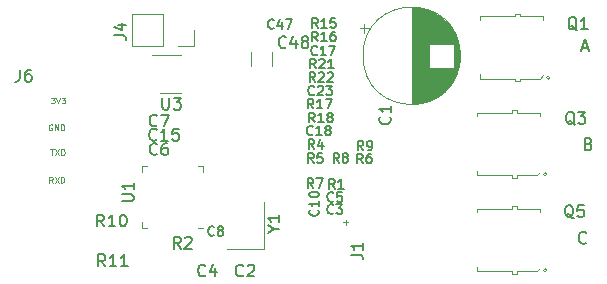
<source format=gto>
G04 #@! TF.GenerationSoftware,KiCad,Pcbnew,5.1.6*
G04 #@! TF.CreationDate,2020-07-25T14:54:48-04:00*
G04 #@! TF.ProjectId,bldc-controller,626c6463-2d63-46f6-9e74-726f6c6c6572,rev?*
G04 #@! TF.SameCoordinates,Original*
G04 #@! TF.FileFunction,Legend,Top*
G04 #@! TF.FilePolarity,Positive*
%FSLAX46Y46*%
G04 Gerber Fmt 4.6, Leading zero omitted, Abs format (unit mm)*
G04 Created by KiCad (PCBNEW 5.1.6) date 2020-07-25 14:54:48*
%MOMM*%
%LPD*%
G01*
G04 APERTURE LIST*
%ADD10C,0.152400*%
%ADD11C,0.125000*%
%ADD12C,0.120000*%
%ADD13C,0.150000*%
G04 APERTURE END LIST*
D10*
X74882571Y-111857428D02*
X75027714Y-111905809D01*
X75076095Y-111954190D01*
X75124476Y-112050952D01*
X75124476Y-112196095D01*
X75076095Y-112292857D01*
X75027714Y-112341238D01*
X74930952Y-112389619D01*
X74543904Y-112389619D01*
X74543904Y-111373619D01*
X74882571Y-111373619D01*
X74979333Y-111422000D01*
X75027714Y-111470380D01*
X75076095Y-111567142D01*
X75076095Y-111663904D01*
X75027714Y-111760666D01*
X74979333Y-111809047D01*
X74882571Y-111857428D01*
X74543904Y-111857428D01*
X74328095Y-103699333D02*
X74811904Y-103699333D01*
X74231333Y-103989619D02*
X74570000Y-102973619D01*
X74908666Y-103989619D01*
X74674476Y-120212857D02*
X74626095Y-120261238D01*
X74480952Y-120309619D01*
X74384190Y-120309619D01*
X74239047Y-120261238D01*
X74142285Y-120164476D01*
X74093904Y-120067714D01*
X74045523Y-119874190D01*
X74045523Y-119729047D01*
X74093904Y-119535523D01*
X74142285Y-119438761D01*
X74239047Y-119342000D01*
X74384190Y-119293619D01*
X74480952Y-119293619D01*
X74626095Y-119342000D01*
X74674476Y-119390380D01*
D11*
X29506666Y-115146190D02*
X29340000Y-114908095D01*
X29220952Y-115146190D02*
X29220952Y-114646190D01*
X29411428Y-114646190D01*
X29459047Y-114670000D01*
X29482857Y-114693809D01*
X29506666Y-114741428D01*
X29506666Y-114812857D01*
X29482857Y-114860476D01*
X29459047Y-114884285D01*
X29411428Y-114908095D01*
X29220952Y-114908095D01*
X29673333Y-114646190D02*
X30006666Y-115146190D01*
X30006666Y-114646190D02*
X29673333Y-115146190D01*
X30197142Y-115146190D02*
X30197142Y-114646190D01*
X30316190Y-114646190D01*
X30387619Y-114670000D01*
X30435238Y-114717619D01*
X30459047Y-114765238D01*
X30482857Y-114860476D01*
X30482857Y-114931904D01*
X30459047Y-115027142D01*
X30435238Y-115074761D01*
X30387619Y-115122380D01*
X30316190Y-115146190D01*
X30197142Y-115146190D01*
X29309047Y-112306190D02*
X29594761Y-112306190D01*
X29451904Y-112806190D02*
X29451904Y-112306190D01*
X29713809Y-112306190D02*
X30047142Y-112806190D01*
X30047142Y-112306190D02*
X29713809Y-112806190D01*
X30237619Y-112806190D02*
X30237619Y-112306190D01*
X30356666Y-112306190D01*
X30428095Y-112330000D01*
X30475714Y-112377619D01*
X30499523Y-112425238D01*
X30523333Y-112520476D01*
X30523333Y-112591904D01*
X30499523Y-112687142D01*
X30475714Y-112734761D01*
X30428095Y-112782380D01*
X30356666Y-112806190D01*
X30237619Y-112806190D01*
X29459047Y-110240000D02*
X29411428Y-110216190D01*
X29340000Y-110216190D01*
X29268571Y-110240000D01*
X29220952Y-110287619D01*
X29197142Y-110335238D01*
X29173333Y-110430476D01*
X29173333Y-110501904D01*
X29197142Y-110597142D01*
X29220952Y-110644761D01*
X29268571Y-110692380D01*
X29340000Y-110716190D01*
X29387619Y-110716190D01*
X29459047Y-110692380D01*
X29482857Y-110668571D01*
X29482857Y-110501904D01*
X29387619Y-110501904D01*
X29697142Y-110716190D02*
X29697142Y-110216190D01*
X29982857Y-110716190D01*
X29982857Y-110216190D01*
X30220952Y-110716190D02*
X30220952Y-110216190D01*
X30340000Y-110216190D01*
X30411428Y-110240000D01*
X30459047Y-110287619D01*
X30482857Y-110335238D01*
X30506666Y-110430476D01*
X30506666Y-110501904D01*
X30482857Y-110597142D01*
X30459047Y-110644761D01*
X30411428Y-110692380D01*
X30340000Y-110716190D01*
X30220952Y-110716190D01*
X29360952Y-107936190D02*
X29670476Y-107936190D01*
X29503809Y-108126666D01*
X29575238Y-108126666D01*
X29622857Y-108150476D01*
X29646666Y-108174285D01*
X29670476Y-108221904D01*
X29670476Y-108340952D01*
X29646666Y-108388571D01*
X29622857Y-108412380D01*
X29575238Y-108436190D01*
X29432380Y-108436190D01*
X29384761Y-108412380D01*
X29360952Y-108388571D01*
X29813333Y-107936190D02*
X29980000Y-108436190D01*
X30146666Y-107936190D01*
X30265714Y-107936190D02*
X30575238Y-107936190D01*
X30408571Y-108126666D01*
X30480000Y-108126666D01*
X30527619Y-108150476D01*
X30551428Y-108174285D01*
X30575238Y-108221904D01*
X30575238Y-108340952D01*
X30551428Y-108388571D01*
X30527619Y-108412380D01*
X30480000Y-108436190D01*
X30337142Y-108436190D01*
X30289523Y-108412380D01*
X30265714Y-108388571D01*
D12*
X68406000Y-117350000D02*
X65406000Y-117350000D01*
X68406000Y-122650000D02*
X65406000Y-122650000D01*
X68806000Y-122850000D02*
X68806000Y-122650000D01*
X68406000Y-122850000D02*
X68806000Y-122850000D01*
X68406000Y-122650000D02*
X68406000Y-122850000D01*
X68806000Y-117150000D02*
X68806000Y-117350000D01*
X68406000Y-117150000D02*
X68806000Y-117150000D01*
X68406000Y-117350000D02*
X68406000Y-117150000D01*
X65406000Y-117350000D02*
X65406000Y-117650000D01*
X70806000Y-117650000D02*
X70806000Y-117350000D01*
X68806000Y-117350000D02*
X70806000Y-117350000D01*
X70506000Y-122650000D02*
X70806000Y-122350000D01*
X68806000Y-122650000D02*
X70506000Y-122650000D01*
X65406000Y-122250000D02*
X65406000Y-122650000D01*
X71347421Y-122550000D02*
G75*
G03*
X71347421Y-122550000I-141421J0D01*
G01*
X68406000Y-109212000D02*
X65406000Y-109212000D01*
X68406000Y-114512000D02*
X65406000Y-114512000D01*
X68806000Y-114712000D02*
X68806000Y-114512000D01*
X68406000Y-114712000D02*
X68806000Y-114712000D01*
X68406000Y-114512000D02*
X68406000Y-114712000D01*
X68806000Y-109012000D02*
X68806000Y-109212000D01*
X68406000Y-109012000D02*
X68806000Y-109012000D01*
X68406000Y-109212000D02*
X68406000Y-109012000D01*
X65406000Y-109212000D02*
X65406000Y-109512000D01*
X70806000Y-109512000D02*
X70806000Y-109212000D01*
X68806000Y-109212000D02*
X70806000Y-109212000D01*
X70506000Y-114512000D02*
X70806000Y-114212000D01*
X68806000Y-114512000D02*
X70506000Y-114512000D01*
X65406000Y-114112000D02*
X65406000Y-114512000D01*
X71347421Y-114412000D02*
G75*
G03*
X71347421Y-114412000I-141421J0D01*
G01*
X68660000Y-101050000D02*
X65660000Y-101050000D01*
X68660000Y-106350000D02*
X65660000Y-106350000D01*
X69060000Y-106550000D02*
X69060000Y-106350000D01*
X68660000Y-106550000D02*
X69060000Y-106550000D01*
X68660000Y-106350000D02*
X68660000Y-106550000D01*
X69060000Y-100850000D02*
X69060000Y-101050000D01*
X68660000Y-100850000D02*
X69060000Y-100850000D01*
X68660000Y-101050000D02*
X68660000Y-100850000D01*
X65660000Y-101050000D02*
X65660000Y-101350000D01*
X71060000Y-101350000D02*
X71060000Y-101050000D01*
X69060000Y-101050000D02*
X71060000Y-101050000D01*
X70760000Y-106350000D02*
X71060000Y-106050000D01*
X69060000Y-106350000D02*
X70760000Y-106350000D01*
X65660000Y-105950000D02*
X65660000Y-106350000D01*
X71601421Y-106250000D02*
G75*
G03*
X71601421Y-106250000I-141421J0D01*
G01*
X54300000Y-118300000D02*
X54300000Y-118700000D01*
X54100000Y-118500000D02*
X54500000Y-118500000D01*
X64020000Y-104400000D02*
G75*
G03*
X64020000Y-104400000I-4120000J0D01*
G01*
X59900000Y-100320000D02*
X59900000Y-108480000D01*
X59940000Y-100320000D02*
X59940000Y-108480000D01*
X59980000Y-100320000D02*
X59980000Y-108480000D01*
X60020000Y-100321000D02*
X60020000Y-108479000D01*
X60060000Y-100323000D02*
X60060000Y-108477000D01*
X60100000Y-100324000D02*
X60100000Y-108476000D01*
X60140000Y-100326000D02*
X60140000Y-108474000D01*
X60180000Y-100329000D02*
X60180000Y-108471000D01*
X60220000Y-100332000D02*
X60220000Y-108468000D01*
X60260000Y-100335000D02*
X60260000Y-108465000D01*
X60300000Y-100339000D02*
X60300000Y-108461000D01*
X60340000Y-100343000D02*
X60340000Y-108457000D01*
X60380000Y-100348000D02*
X60380000Y-108452000D01*
X60420000Y-100352000D02*
X60420000Y-108448000D01*
X60460000Y-100358000D02*
X60460000Y-108442000D01*
X60500000Y-100363000D02*
X60500000Y-108437000D01*
X60540000Y-100370000D02*
X60540000Y-108430000D01*
X60580000Y-100376000D02*
X60580000Y-108424000D01*
X60621000Y-100383000D02*
X60621000Y-108417000D01*
X60661000Y-100390000D02*
X60661000Y-108410000D01*
X60701000Y-100398000D02*
X60701000Y-108402000D01*
X60741000Y-100406000D02*
X60741000Y-108394000D01*
X60781000Y-100415000D02*
X60781000Y-108385000D01*
X60821000Y-100424000D02*
X60821000Y-108376000D01*
X60861000Y-100433000D02*
X60861000Y-108367000D01*
X60901000Y-100443000D02*
X60901000Y-108357000D01*
X60941000Y-100453000D02*
X60941000Y-108347000D01*
X60981000Y-100464000D02*
X60981000Y-108336000D01*
X61021000Y-100475000D02*
X61021000Y-108325000D01*
X61061000Y-100486000D02*
X61061000Y-108314000D01*
X61101000Y-100498000D02*
X61101000Y-108302000D01*
X61141000Y-100511000D02*
X61141000Y-108289000D01*
X61181000Y-100523000D02*
X61181000Y-108277000D01*
X61221000Y-100537000D02*
X61221000Y-108263000D01*
X61261000Y-100550000D02*
X61261000Y-108250000D01*
X61301000Y-100565000D02*
X61301000Y-108235000D01*
X61341000Y-100579000D02*
X61341000Y-108221000D01*
X61381000Y-100595000D02*
X61381000Y-103360000D01*
X61381000Y-105440000D02*
X61381000Y-108205000D01*
X61421000Y-100610000D02*
X61421000Y-103360000D01*
X61421000Y-105440000D02*
X61421000Y-108190000D01*
X61461000Y-100626000D02*
X61461000Y-103360000D01*
X61461000Y-105440000D02*
X61461000Y-108174000D01*
X61501000Y-100643000D02*
X61501000Y-103360000D01*
X61501000Y-105440000D02*
X61501000Y-108157000D01*
X61541000Y-100660000D02*
X61541000Y-103360000D01*
X61541000Y-105440000D02*
X61541000Y-108140000D01*
X61581000Y-100678000D02*
X61581000Y-103360000D01*
X61581000Y-105440000D02*
X61581000Y-108122000D01*
X61621000Y-100696000D02*
X61621000Y-103360000D01*
X61621000Y-105440000D02*
X61621000Y-108104000D01*
X61661000Y-100714000D02*
X61661000Y-103360000D01*
X61661000Y-105440000D02*
X61661000Y-108086000D01*
X61701000Y-100734000D02*
X61701000Y-103360000D01*
X61701000Y-105440000D02*
X61701000Y-108066000D01*
X61741000Y-100753000D02*
X61741000Y-103360000D01*
X61741000Y-105440000D02*
X61741000Y-108047000D01*
X61781000Y-100773000D02*
X61781000Y-103360000D01*
X61781000Y-105440000D02*
X61781000Y-108027000D01*
X61821000Y-100794000D02*
X61821000Y-103360000D01*
X61821000Y-105440000D02*
X61821000Y-108006000D01*
X61861000Y-100816000D02*
X61861000Y-103360000D01*
X61861000Y-105440000D02*
X61861000Y-107984000D01*
X61901000Y-100838000D02*
X61901000Y-103360000D01*
X61901000Y-105440000D02*
X61901000Y-107962000D01*
X61941000Y-100860000D02*
X61941000Y-103360000D01*
X61941000Y-105440000D02*
X61941000Y-107940000D01*
X61981000Y-100883000D02*
X61981000Y-103360000D01*
X61981000Y-105440000D02*
X61981000Y-107917000D01*
X62021000Y-100907000D02*
X62021000Y-103360000D01*
X62021000Y-105440000D02*
X62021000Y-107893000D01*
X62061000Y-100931000D02*
X62061000Y-103360000D01*
X62061000Y-105440000D02*
X62061000Y-107869000D01*
X62101000Y-100956000D02*
X62101000Y-103360000D01*
X62101000Y-105440000D02*
X62101000Y-107844000D01*
X62141000Y-100982000D02*
X62141000Y-103360000D01*
X62141000Y-105440000D02*
X62141000Y-107818000D01*
X62181000Y-101008000D02*
X62181000Y-103360000D01*
X62181000Y-105440000D02*
X62181000Y-107792000D01*
X62221000Y-101035000D02*
X62221000Y-103360000D01*
X62221000Y-105440000D02*
X62221000Y-107765000D01*
X62261000Y-101062000D02*
X62261000Y-103360000D01*
X62261000Y-105440000D02*
X62261000Y-107738000D01*
X62301000Y-101091000D02*
X62301000Y-103360000D01*
X62301000Y-105440000D02*
X62301000Y-107709000D01*
X62341000Y-101120000D02*
X62341000Y-103360000D01*
X62341000Y-105440000D02*
X62341000Y-107680000D01*
X62381000Y-101150000D02*
X62381000Y-103360000D01*
X62381000Y-105440000D02*
X62381000Y-107650000D01*
X62421000Y-101180000D02*
X62421000Y-103360000D01*
X62421000Y-105440000D02*
X62421000Y-107620000D01*
X62461000Y-101211000D02*
X62461000Y-103360000D01*
X62461000Y-105440000D02*
X62461000Y-107589000D01*
X62501000Y-101244000D02*
X62501000Y-103360000D01*
X62501000Y-105440000D02*
X62501000Y-107556000D01*
X62541000Y-101276000D02*
X62541000Y-103360000D01*
X62541000Y-105440000D02*
X62541000Y-107524000D01*
X62581000Y-101310000D02*
X62581000Y-103360000D01*
X62581000Y-105440000D02*
X62581000Y-107490000D01*
X62621000Y-101345000D02*
X62621000Y-103360000D01*
X62621000Y-105440000D02*
X62621000Y-107455000D01*
X62661000Y-101381000D02*
X62661000Y-103360000D01*
X62661000Y-105440000D02*
X62661000Y-107419000D01*
X62701000Y-101417000D02*
X62701000Y-103360000D01*
X62701000Y-105440000D02*
X62701000Y-107383000D01*
X62741000Y-101455000D02*
X62741000Y-103360000D01*
X62741000Y-105440000D02*
X62741000Y-107345000D01*
X62781000Y-101493000D02*
X62781000Y-103360000D01*
X62781000Y-105440000D02*
X62781000Y-107307000D01*
X62821000Y-101533000D02*
X62821000Y-103360000D01*
X62821000Y-105440000D02*
X62821000Y-107267000D01*
X62861000Y-101574000D02*
X62861000Y-103360000D01*
X62861000Y-105440000D02*
X62861000Y-107226000D01*
X62901000Y-101616000D02*
X62901000Y-103360000D01*
X62901000Y-105440000D02*
X62901000Y-107184000D01*
X62941000Y-101659000D02*
X62941000Y-103360000D01*
X62941000Y-105440000D02*
X62941000Y-107141000D01*
X62981000Y-101703000D02*
X62981000Y-103360000D01*
X62981000Y-105440000D02*
X62981000Y-107097000D01*
X63021000Y-101749000D02*
X63021000Y-103360000D01*
X63021000Y-105440000D02*
X63021000Y-107051000D01*
X63061000Y-101796000D02*
X63061000Y-103360000D01*
X63061000Y-105440000D02*
X63061000Y-107004000D01*
X63101000Y-101844000D02*
X63101000Y-103360000D01*
X63101000Y-105440000D02*
X63101000Y-106956000D01*
X63141000Y-101895000D02*
X63141000Y-103360000D01*
X63141000Y-105440000D02*
X63141000Y-106905000D01*
X63181000Y-101946000D02*
X63181000Y-103360000D01*
X63181000Y-105440000D02*
X63181000Y-106854000D01*
X63221000Y-102000000D02*
X63221000Y-103360000D01*
X63221000Y-105440000D02*
X63221000Y-106800000D01*
X63261000Y-102055000D02*
X63261000Y-103360000D01*
X63261000Y-105440000D02*
X63261000Y-106745000D01*
X63301000Y-102113000D02*
X63301000Y-103360000D01*
X63301000Y-105440000D02*
X63301000Y-106687000D01*
X63341000Y-102172000D02*
X63341000Y-103360000D01*
X63341000Y-105440000D02*
X63341000Y-106628000D01*
X63381000Y-102234000D02*
X63381000Y-103360000D01*
X63381000Y-105440000D02*
X63381000Y-106566000D01*
X63421000Y-102298000D02*
X63421000Y-103360000D01*
X63421000Y-105440000D02*
X63421000Y-106502000D01*
X63461000Y-102366000D02*
X63461000Y-106434000D01*
X63501000Y-102436000D02*
X63501000Y-106364000D01*
X63541000Y-102510000D02*
X63541000Y-106290000D01*
X63581000Y-102587000D02*
X63581000Y-106213000D01*
X63621000Y-102669000D02*
X63621000Y-106131000D01*
X63661000Y-102755000D02*
X63661000Y-106045000D01*
X63701000Y-102848000D02*
X63701000Y-105952000D01*
X63741000Y-102947000D02*
X63741000Y-105853000D01*
X63781000Y-103054000D02*
X63781000Y-105746000D01*
X63821000Y-103171000D02*
X63821000Y-105629000D01*
X63861000Y-103302000D02*
X63861000Y-105498000D01*
X63901000Y-103452000D02*
X63901000Y-105348000D01*
X63941000Y-103632000D02*
X63941000Y-105168000D01*
X63981000Y-103867000D02*
X63981000Y-104933000D01*
X55490302Y-102085000D02*
X56290302Y-102085000D01*
X55890302Y-101685000D02*
X55890302Y-102485000D01*
X38600000Y-107560000D02*
X40400000Y-107560000D01*
X40400000Y-104340000D02*
X37950000Y-104340000D01*
X38830000Y-100870000D02*
X38830000Y-103530000D01*
X38830000Y-100870000D02*
X36230000Y-100870000D01*
X36230000Y-100870000D02*
X36230000Y-103530000D01*
X38830000Y-103530000D02*
X36230000Y-103530000D01*
X41430000Y-103530000D02*
X40100000Y-103530000D01*
X41430000Y-102200000D02*
X41430000Y-103530000D01*
X48110000Y-104047936D02*
X48110000Y-105252064D01*
X46290000Y-104047936D02*
X46290000Y-105252064D01*
X44225000Y-120750000D02*
X47375000Y-120750000D01*
X47375000Y-120750000D02*
X47375000Y-116750000D01*
X37515000Y-118960000D02*
X37040000Y-118960000D01*
X37040000Y-118960000D02*
X37040000Y-118485000D01*
X41785000Y-113740000D02*
X42260000Y-113740000D01*
X42260000Y-113740000D02*
X42260000Y-114215000D01*
X37515000Y-113740000D02*
X37040000Y-113740000D01*
X37040000Y-113740000D02*
X37040000Y-114215000D01*
X41785000Y-118960000D02*
X42260000Y-118960000D01*
D13*
X73604761Y-118147619D02*
X73509523Y-118100000D01*
X73414285Y-118004761D01*
X73271428Y-117861904D01*
X73176190Y-117814285D01*
X73080952Y-117814285D01*
X73128571Y-118052380D02*
X73033333Y-118004761D01*
X72938095Y-117909523D01*
X72890476Y-117719047D01*
X72890476Y-117385714D01*
X72938095Y-117195238D01*
X73033333Y-117100000D01*
X73128571Y-117052380D01*
X73319047Y-117052380D01*
X73414285Y-117100000D01*
X73509523Y-117195238D01*
X73557142Y-117385714D01*
X73557142Y-117719047D01*
X73509523Y-117909523D01*
X73414285Y-118004761D01*
X73319047Y-118052380D01*
X73128571Y-118052380D01*
X74461904Y-117052380D02*
X73985714Y-117052380D01*
X73938095Y-117528571D01*
X73985714Y-117480952D01*
X74080952Y-117433333D01*
X74319047Y-117433333D01*
X74414285Y-117480952D01*
X74461904Y-117528571D01*
X74509523Y-117623809D01*
X74509523Y-117861904D01*
X74461904Y-117957142D01*
X74414285Y-118004761D01*
X74319047Y-118052380D01*
X74080952Y-118052380D01*
X73985714Y-118004761D01*
X73938095Y-117957142D01*
X73704761Y-110247619D02*
X73609523Y-110200000D01*
X73514285Y-110104761D01*
X73371428Y-109961904D01*
X73276190Y-109914285D01*
X73180952Y-109914285D01*
X73228571Y-110152380D02*
X73133333Y-110104761D01*
X73038095Y-110009523D01*
X72990476Y-109819047D01*
X72990476Y-109485714D01*
X73038095Y-109295238D01*
X73133333Y-109200000D01*
X73228571Y-109152380D01*
X73419047Y-109152380D01*
X73514285Y-109200000D01*
X73609523Y-109295238D01*
X73657142Y-109485714D01*
X73657142Y-109819047D01*
X73609523Y-110009523D01*
X73514285Y-110104761D01*
X73419047Y-110152380D01*
X73228571Y-110152380D01*
X73990476Y-109152380D02*
X74609523Y-109152380D01*
X74276190Y-109533333D01*
X74419047Y-109533333D01*
X74514285Y-109580952D01*
X74561904Y-109628571D01*
X74609523Y-109723809D01*
X74609523Y-109961904D01*
X74561904Y-110057142D01*
X74514285Y-110104761D01*
X74419047Y-110152380D01*
X74133333Y-110152380D01*
X74038095Y-110104761D01*
X73990476Y-110057142D01*
X73904761Y-102247619D02*
X73809523Y-102200000D01*
X73714285Y-102104761D01*
X73571428Y-101961904D01*
X73476190Y-101914285D01*
X73380952Y-101914285D01*
X73428571Y-102152380D02*
X73333333Y-102104761D01*
X73238095Y-102009523D01*
X73190476Y-101819047D01*
X73190476Y-101485714D01*
X73238095Y-101295238D01*
X73333333Y-101200000D01*
X73428571Y-101152380D01*
X73619047Y-101152380D01*
X73714285Y-101200000D01*
X73809523Y-101295238D01*
X73857142Y-101485714D01*
X73857142Y-101819047D01*
X73809523Y-102009523D01*
X73714285Y-102104761D01*
X73619047Y-102152380D01*
X73428571Y-102152380D01*
X74809523Y-102152380D02*
X74238095Y-102152380D01*
X74523809Y-102152380D02*
X74523809Y-101152380D01*
X74428571Y-101295238D01*
X74333333Y-101390476D01*
X74238095Y-101438095D01*
X54752380Y-121233333D02*
X55466666Y-121233333D01*
X55609523Y-121280952D01*
X55704761Y-121376190D01*
X55752380Y-121519047D01*
X55752380Y-121614285D01*
X55752380Y-120233333D02*
X55752380Y-120804761D01*
X55752380Y-120519047D02*
X54752380Y-120519047D01*
X54895238Y-120614285D01*
X54990476Y-120709523D01*
X55038095Y-120804761D01*
X58057142Y-109566666D02*
X58104761Y-109614285D01*
X58152380Y-109757142D01*
X58152380Y-109852380D01*
X58104761Y-109995238D01*
X58009523Y-110090476D01*
X57914285Y-110138095D01*
X57723809Y-110185714D01*
X57580952Y-110185714D01*
X57390476Y-110138095D01*
X57295238Y-110090476D01*
X57200000Y-109995238D01*
X57152380Y-109852380D01*
X57152380Y-109757142D01*
X57200000Y-109614285D01*
X57247619Y-109566666D01*
X58152380Y-108614285D02*
X58152380Y-109185714D01*
X58152380Y-108900000D02*
X57152380Y-108900000D01*
X57295238Y-108995238D01*
X57390476Y-109090476D01*
X57438095Y-109185714D01*
X26726666Y-105582380D02*
X26726666Y-106296666D01*
X26679047Y-106439523D01*
X26583809Y-106534761D01*
X26440952Y-106582380D01*
X26345714Y-106582380D01*
X27631428Y-105582380D02*
X27440952Y-105582380D01*
X27345714Y-105630000D01*
X27298095Y-105677619D01*
X27202857Y-105820476D01*
X27155238Y-106010952D01*
X27155238Y-106391904D01*
X27202857Y-106487142D01*
X27250476Y-106534761D01*
X27345714Y-106582380D01*
X27536190Y-106582380D01*
X27631428Y-106534761D01*
X27679047Y-106487142D01*
X27726666Y-106391904D01*
X27726666Y-106153809D01*
X27679047Y-106058571D01*
X27631428Y-106010952D01*
X27536190Y-105963333D01*
X27345714Y-105963333D01*
X27250476Y-106010952D01*
X27202857Y-106058571D01*
X27155238Y-106153809D01*
X33957142Y-122222380D02*
X33623809Y-121746190D01*
X33385714Y-122222380D02*
X33385714Y-121222380D01*
X33766666Y-121222380D01*
X33861904Y-121270000D01*
X33909523Y-121317619D01*
X33957142Y-121412857D01*
X33957142Y-121555714D01*
X33909523Y-121650952D01*
X33861904Y-121698571D01*
X33766666Y-121746190D01*
X33385714Y-121746190D01*
X34909523Y-122222380D02*
X34338095Y-122222380D01*
X34623809Y-122222380D02*
X34623809Y-121222380D01*
X34528571Y-121365238D01*
X34433333Y-121460476D01*
X34338095Y-121508095D01*
X35861904Y-122222380D02*
X35290476Y-122222380D01*
X35576190Y-122222380D02*
X35576190Y-121222380D01*
X35480952Y-121365238D01*
X35385714Y-121460476D01*
X35290476Y-121508095D01*
X33857142Y-118852380D02*
X33523809Y-118376190D01*
X33285714Y-118852380D02*
X33285714Y-117852380D01*
X33666666Y-117852380D01*
X33761904Y-117900000D01*
X33809523Y-117947619D01*
X33857142Y-118042857D01*
X33857142Y-118185714D01*
X33809523Y-118280952D01*
X33761904Y-118328571D01*
X33666666Y-118376190D01*
X33285714Y-118376190D01*
X34809523Y-118852380D02*
X34238095Y-118852380D01*
X34523809Y-118852380D02*
X34523809Y-117852380D01*
X34428571Y-117995238D01*
X34333333Y-118090476D01*
X34238095Y-118138095D01*
X35428571Y-117852380D02*
X35523809Y-117852380D01*
X35619047Y-117900000D01*
X35666666Y-117947619D01*
X35714285Y-118042857D01*
X35761904Y-118233333D01*
X35761904Y-118471428D01*
X35714285Y-118661904D01*
X35666666Y-118757142D01*
X35619047Y-118804761D01*
X35523809Y-118852380D01*
X35428571Y-118852380D01*
X35333333Y-118804761D01*
X35285714Y-118757142D01*
X35238095Y-118661904D01*
X35190476Y-118471428D01*
X35190476Y-118233333D01*
X35238095Y-118042857D01*
X35285714Y-117947619D01*
X35333333Y-117900000D01*
X35428571Y-117852380D01*
X55791666Y-112411904D02*
X55525000Y-112030952D01*
X55334523Y-112411904D02*
X55334523Y-111611904D01*
X55639285Y-111611904D01*
X55715476Y-111650000D01*
X55753571Y-111688095D01*
X55791666Y-111764285D01*
X55791666Y-111878571D01*
X55753571Y-111954761D01*
X55715476Y-111992857D01*
X55639285Y-112030952D01*
X55334523Y-112030952D01*
X56172619Y-112411904D02*
X56325000Y-112411904D01*
X56401190Y-112373809D01*
X56439285Y-112335714D01*
X56515476Y-112221428D01*
X56553571Y-112069047D01*
X56553571Y-111764285D01*
X56515476Y-111688095D01*
X56477380Y-111650000D01*
X56401190Y-111611904D01*
X56248809Y-111611904D01*
X56172619Y-111650000D01*
X56134523Y-111688095D01*
X56096428Y-111764285D01*
X56096428Y-111954761D01*
X56134523Y-112030952D01*
X56172619Y-112069047D01*
X56248809Y-112107142D01*
X56401190Y-112107142D01*
X56477380Y-112069047D01*
X56515476Y-112030952D01*
X56553571Y-111954761D01*
X38788095Y-107952380D02*
X38788095Y-108761904D01*
X38835714Y-108857142D01*
X38883333Y-108904761D01*
X38978571Y-108952380D01*
X39169047Y-108952380D01*
X39264285Y-108904761D01*
X39311904Y-108857142D01*
X39359523Y-108761904D01*
X39359523Y-107952380D01*
X39740476Y-107952380D02*
X40359523Y-107952380D01*
X40026190Y-108333333D01*
X40169047Y-108333333D01*
X40264285Y-108380952D01*
X40311904Y-108428571D01*
X40359523Y-108523809D01*
X40359523Y-108761904D01*
X40311904Y-108857142D01*
X40264285Y-108904761D01*
X40169047Y-108952380D01*
X39883333Y-108952380D01*
X39788095Y-108904761D01*
X39740476Y-108857142D01*
X51735714Y-106586904D02*
X51469047Y-106205952D01*
X51278571Y-106586904D02*
X51278571Y-105786904D01*
X51583333Y-105786904D01*
X51659523Y-105825000D01*
X51697619Y-105863095D01*
X51735714Y-105939285D01*
X51735714Y-106053571D01*
X51697619Y-106129761D01*
X51659523Y-106167857D01*
X51583333Y-106205952D01*
X51278571Y-106205952D01*
X52040476Y-105863095D02*
X52078571Y-105825000D01*
X52154761Y-105786904D01*
X52345238Y-105786904D01*
X52421428Y-105825000D01*
X52459523Y-105863095D01*
X52497619Y-105939285D01*
X52497619Y-106015476D01*
X52459523Y-106129761D01*
X52002380Y-106586904D01*
X52497619Y-106586904D01*
X52802380Y-105863095D02*
X52840476Y-105825000D01*
X52916666Y-105786904D01*
X53107142Y-105786904D01*
X53183333Y-105825000D01*
X53221428Y-105863095D01*
X53259523Y-105939285D01*
X53259523Y-106015476D01*
X53221428Y-106129761D01*
X52764285Y-106586904D01*
X53259523Y-106586904D01*
X51785714Y-105461904D02*
X51519047Y-105080952D01*
X51328571Y-105461904D02*
X51328571Y-104661904D01*
X51633333Y-104661904D01*
X51709523Y-104700000D01*
X51747619Y-104738095D01*
X51785714Y-104814285D01*
X51785714Y-104928571D01*
X51747619Y-105004761D01*
X51709523Y-105042857D01*
X51633333Y-105080952D01*
X51328571Y-105080952D01*
X52090476Y-104738095D02*
X52128571Y-104700000D01*
X52204761Y-104661904D01*
X52395238Y-104661904D01*
X52471428Y-104700000D01*
X52509523Y-104738095D01*
X52547619Y-104814285D01*
X52547619Y-104890476D01*
X52509523Y-105004761D01*
X52052380Y-105461904D01*
X52547619Y-105461904D01*
X53309523Y-105461904D02*
X52852380Y-105461904D01*
X53080952Y-105461904D02*
X53080952Y-104661904D01*
X53004761Y-104776190D01*
X52928571Y-104852380D01*
X52852380Y-104890476D01*
X51685714Y-110011904D02*
X51419047Y-109630952D01*
X51228571Y-110011904D02*
X51228571Y-109211904D01*
X51533333Y-109211904D01*
X51609523Y-109250000D01*
X51647619Y-109288095D01*
X51685714Y-109364285D01*
X51685714Y-109478571D01*
X51647619Y-109554761D01*
X51609523Y-109592857D01*
X51533333Y-109630952D01*
X51228571Y-109630952D01*
X52447619Y-110011904D02*
X51990476Y-110011904D01*
X52219047Y-110011904D02*
X52219047Y-109211904D01*
X52142857Y-109326190D01*
X52066666Y-109402380D01*
X51990476Y-109440476D01*
X52904761Y-109554761D02*
X52828571Y-109516666D01*
X52790476Y-109478571D01*
X52752380Y-109402380D01*
X52752380Y-109364285D01*
X52790476Y-109288095D01*
X52828571Y-109250000D01*
X52904761Y-109211904D01*
X53057142Y-109211904D01*
X53133333Y-109250000D01*
X53171428Y-109288095D01*
X53209523Y-109364285D01*
X53209523Y-109402380D01*
X53171428Y-109478571D01*
X53133333Y-109516666D01*
X53057142Y-109554761D01*
X52904761Y-109554761D01*
X52828571Y-109592857D01*
X52790476Y-109630952D01*
X52752380Y-109707142D01*
X52752380Y-109859523D01*
X52790476Y-109935714D01*
X52828571Y-109973809D01*
X52904761Y-110011904D01*
X53057142Y-110011904D01*
X53133333Y-109973809D01*
X53171428Y-109935714D01*
X53209523Y-109859523D01*
X53209523Y-109707142D01*
X53171428Y-109630952D01*
X53133333Y-109592857D01*
X53057142Y-109554761D01*
X51585714Y-108861904D02*
X51319047Y-108480952D01*
X51128571Y-108861904D02*
X51128571Y-108061904D01*
X51433333Y-108061904D01*
X51509523Y-108100000D01*
X51547619Y-108138095D01*
X51585714Y-108214285D01*
X51585714Y-108328571D01*
X51547619Y-108404761D01*
X51509523Y-108442857D01*
X51433333Y-108480952D01*
X51128571Y-108480952D01*
X52347619Y-108861904D02*
X51890476Y-108861904D01*
X52119047Y-108861904D02*
X52119047Y-108061904D01*
X52042857Y-108176190D01*
X51966666Y-108252380D01*
X51890476Y-108290476D01*
X52614285Y-108061904D02*
X53147619Y-108061904D01*
X52804761Y-108861904D01*
X51935714Y-103161904D02*
X51669047Y-102780952D01*
X51478571Y-103161904D02*
X51478571Y-102361904D01*
X51783333Y-102361904D01*
X51859523Y-102400000D01*
X51897619Y-102438095D01*
X51935714Y-102514285D01*
X51935714Y-102628571D01*
X51897619Y-102704761D01*
X51859523Y-102742857D01*
X51783333Y-102780952D01*
X51478571Y-102780952D01*
X52697619Y-103161904D02*
X52240476Y-103161904D01*
X52469047Y-103161904D02*
X52469047Y-102361904D01*
X52392857Y-102476190D01*
X52316666Y-102552380D01*
X52240476Y-102590476D01*
X53383333Y-102361904D02*
X53230952Y-102361904D01*
X53154761Y-102400000D01*
X53116666Y-102438095D01*
X53040476Y-102552380D01*
X53002380Y-102704761D01*
X53002380Y-103009523D01*
X53040476Y-103085714D01*
X53078571Y-103123809D01*
X53154761Y-103161904D01*
X53307142Y-103161904D01*
X53383333Y-103123809D01*
X53421428Y-103085714D01*
X53459523Y-103009523D01*
X53459523Y-102819047D01*
X53421428Y-102742857D01*
X53383333Y-102704761D01*
X53307142Y-102666666D01*
X53154761Y-102666666D01*
X53078571Y-102704761D01*
X53040476Y-102742857D01*
X53002380Y-102819047D01*
X51960714Y-102036904D02*
X51694047Y-101655952D01*
X51503571Y-102036904D02*
X51503571Y-101236904D01*
X51808333Y-101236904D01*
X51884523Y-101275000D01*
X51922619Y-101313095D01*
X51960714Y-101389285D01*
X51960714Y-101503571D01*
X51922619Y-101579761D01*
X51884523Y-101617857D01*
X51808333Y-101655952D01*
X51503571Y-101655952D01*
X52722619Y-102036904D02*
X52265476Y-102036904D01*
X52494047Y-102036904D02*
X52494047Y-101236904D01*
X52417857Y-101351190D01*
X52341666Y-101427380D01*
X52265476Y-101465476D01*
X53446428Y-101236904D02*
X53065476Y-101236904D01*
X53027380Y-101617857D01*
X53065476Y-101579761D01*
X53141666Y-101541666D01*
X53332142Y-101541666D01*
X53408333Y-101579761D01*
X53446428Y-101617857D01*
X53484523Y-101694047D01*
X53484523Y-101884523D01*
X53446428Y-101960714D01*
X53408333Y-101998809D01*
X53332142Y-102036904D01*
X53141666Y-102036904D01*
X53065476Y-101998809D01*
X53027380Y-101960714D01*
X51566666Y-115586904D02*
X51300000Y-115205952D01*
X51109523Y-115586904D02*
X51109523Y-114786904D01*
X51414285Y-114786904D01*
X51490476Y-114825000D01*
X51528571Y-114863095D01*
X51566666Y-114939285D01*
X51566666Y-115053571D01*
X51528571Y-115129761D01*
X51490476Y-115167857D01*
X51414285Y-115205952D01*
X51109523Y-115205952D01*
X51833333Y-114786904D02*
X52366666Y-114786904D01*
X52023809Y-115586904D01*
X40333333Y-120732380D02*
X40000000Y-120256190D01*
X39761904Y-120732380D02*
X39761904Y-119732380D01*
X40142857Y-119732380D01*
X40238095Y-119780000D01*
X40285714Y-119827619D01*
X40333333Y-119922857D01*
X40333333Y-120065714D01*
X40285714Y-120160952D01*
X40238095Y-120208571D01*
X40142857Y-120256190D01*
X39761904Y-120256190D01*
X40714285Y-119827619D02*
X40761904Y-119780000D01*
X40857142Y-119732380D01*
X41095238Y-119732380D01*
X41190476Y-119780000D01*
X41238095Y-119827619D01*
X41285714Y-119922857D01*
X41285714Y-120018095D01*
X41238095Y-120160952D01*
X40666666Y-120732380D01*
X41285714Y-120732380D01*
X53391666Y-115636904D02*
X53125000Y-115255952D01*
X52934523Y-115636904D02*
X52934523Y-114836904D01*
X53239285Y-114836904D01*
X53315476Y-114875000D01*
X53353571Y-114913095D01*
X53391666Y-114989285D01*
X53391666Y-115103571D01*
X53353571Y-115179761D01*
X53315476Y-115217857D01*
X53239285Y-115255952D01*
X52934523Y-115255952D01*
X54153571Y-115636904D02*
X53696428Y-115636904D01*
X53925000Y-115636904D02*
X53925000Y-114836904D01*
X53848809Y-114951190D01*
X53772619Y-115027380D01*
X53696428Y-115065476D01*
X34727380Y-102658333D02*
X35441666Y-102658333D01*
X35584523Y-102705952D01*
X35679761Y-102801190D01*
X35727380Y-102944047D01*
X35727380Y-103039285D01*
X35060714Y-101753571D02*
X35727380Y-101753571D01*
X34679761Y-101991666D02*
X35394047Y-102229761D01*
X35394047Y-101610714D01*
X49257142Y-103657142D02*
X49209523Y-103704761D01*
X49066666Y-103752380D01*
X48971428Y-103752380D01*
X48828571Y-103704761D01*
X48733333Y-103609523D01*
X48685714Y-103514285D01*
X48638095Y-103323809D01*
X48638095Y-103180952D01*
X48685714Y-102990476D01*
X48733333Y-102895238D01*
X48828571Y-102800000D01*
X48971428Y-102752380D01*
X49066666Y-102752380D01*
X49209523Y-102800000D01*
X49257142Y-102847619D01*
X50114285Y-103085714D02*
X50114285Y-103752380D01*
X49876190Y-102704761D02*
X49638095Y-103419047D01*
X50257142Y-103419047D01*
X50780952Y-103180952D02*
X50685714Y-103133333D01*
X50638095Y-103085714D01*
X50590476Y-102990476D01*
X50590476Y-102942857D01*
X50638095Y-102847619D01*
X50685714Y-102800000D01*
X50780952Y-102752380D01*
X50971428Y-102752380D01*
X51066666Y-102800000D01*
X51114285Y-102847619D01*
X51161904Y-102942857D01*
X51161904Y-102990476D01*
X51114285Y-103085714D01*
X51066666Y-103133333D01*
X50971428Y-103180952D01*
X50780952Y-103180952D01*
X50685714Y-103228571D01*
X50638095Y-103276190D01*
X50590476Y-103371428D01*
X50590476Y-103561904D01*
X50638095Y-103657142D01*
X50685714Y-103704761D01*
X50780952Y-103752380D01*
X50971428Y-103752380D01*
X51066666Y-103704761D01*
X51114285Y-103657142D01*
X51161904Y-103561904D01*
X51161904Y-103371428D01*
X51114285Y-103276190D01*
X51066666Y-103228571D01*
X50971428Y-103180952D01*
X48235714Y-102035714D02*
X48197619Y-102073809D01*
X48083333Y-102111904D01*
X48007142Y-102111904D01*
X47892857Y-102073809D01*
X47816666Y-101997619D01*
X47778571Y-101921428D01*
X47740476Y-101769047D01*
X47740476Y-101654761D01*
X47778571Y-101502380D01*
X47816666Y-101426190D01*
X47892857Y-101350000D01*
X48007142Y-101311904D01*
X48083333Y-101311904D01*
X48197619Y-101350000D01*
X48235714Y-101388095D01*
X48921428Y-101578571D02*
X48921428Y-102111904D01*
X48730952Y-101273809D02*
X48540476Y-101845238D01*
X49035714Y-101845238D01*
X49264285Y-101311904D02*
X49797619Y-101311904D01*
X49454761Y-102111904D01*
X51660714Y-107660714D02*
X51622619Y-107698809D01*
X51508333Y-107736904D01*
X51432142Y-107736904D01*
X51317857Y-107698809D01*
X51241666Y-107622619D01*
X51203571Y-107546428D01*
X51165476Y-107394047D01*
X51165476Y-107279761D01*
X51203571Y-107127380D01*
X51241666Y-107051190D01*
X51317857Y-106975000D01*
X51432142Y-106936904D01*
X51508333Y-106936904D01*
X51622619Y-106975000D01*
X51660714Y-107013095D01*
X51965476Y-107013095D02*
X52003571Y-106975000D01*
X52079761Y-106936904D01*
X52270238Y-106936904D01*
X52346428Y-106975000D01*
X52384523Y-107013095D01*
X52422619Y-107089285D01*
X52422619Y-107165476D01*
X52384523Y-107279761D01*
X51927380Y-107736904D01*
X52422619Y-107736904D01*
X52689285Y-106936904D02*
X53184523Y-106936904D01*
X52917857Y-107241666D01*
X53032142Y-107241666D01*
X53108333Y-107279761D01*
X53146428Y-107317857D01*
X53184523Y-107394047D01*
X53184523Y-107584523D01*
X53146428Y-107660714D01*
X53108333Y-107698809D01*
X53032142Y-107736904D01*
X52803571Y-107736904D01*
X52727380Y-107698809D01*
X52689285Y-107660714D01*
X51535714Y-111035714D02*
X51497619Y-111073809D01*
X51383333Y-111111904D01*
X51307142Y-111111904D01*
X51192857Y-111073809D01*
X51116666Y-110997619D01*
X51078571Y-110921428D01*
X51040476Y-110769047D01*
X51040476Y-110654761D01*
X51078571Y-110502380D01*
X51116666Y-110426190D01*
X51192857Y-110350000D01*
X51307142Y-110311904D01*
X51383333Y-110311904D01*
X51497619Y-110350000D01*
X51535714Y-110388095D01*
X52297619Y-111111904D02*
X51840476Y-111111904D01*
X52069047Y-111111904D02*
X52069047Y-110311904D01*
X51992857Y-110426190D01*
X51916666Y-110502380D01*
X51840476Y-110540476D01*
X52754761Y-110654761D02*
X52678571Y-110616666D01*
X52640476Y-110578571D01*
X52602380Y-110502380D01*
X52602380Y-110464285D01*
X52640476Y-110388095D01*
X52678571Y-110350000D01*
X52754761Y-110311904D01*
X52907142Y-110311904D01*
X52983333Y-110350000D01*
X53021428Y-110388095D01*
X53059523Y-110464285D01*
X53059523Y-110502380D01*
X53021428Y-110578571D01*
X52983333Y-110616666D01*
X52907142Y-110654761D01*
X52754761Y-110654761D01*
X52678571Y-110692857D01*
X52640476Y-110730952D01*
X52602380Y-110807142D01*
X52602380Y-110959523D01*
X52640476Y-111035714D01*
X52678571Y-111073809D01*
X52754761Y-111111904D01*
X52907142Y-111111904D01*
X52983333Y-111073809D01*
X53021428Y-111035714D01*
X53059523Y-110959523D01*
X53059523Y-110807142D01*
X53021428Y-110730952D01*
X52983333Y-110692857D01*
X52907142Y-110654761D01*
X51885714Y-104285714D02*
X51847619Y-104323809D01*
X51733333Y-104361904D01*
X51657142Y-104361904D01*
X51542857Y-104323809D01*
X51466666Y-104247619D01*
X51428571Y-104171428D01*
X51390476Y-104019047D01*
X51390476Y-103904761D01*
X51428571Y-103752380D01*
X51466666Y-103676190D01*
X51542857Y-103600000D01*
X51657142Y-103561904D01*
X51733333Y-103561904D01*
X51847619Y-103600000D01*
X51885714Y-103638095D01*
X52647619Y-104361904D02*
X52190476Y-104361904D01*
X52419047Y-104361904D02*
X52419047Y-103561904D01*
X52342857Y-103676190D01*
X52266666Y-103752380D01*
X52190476Y-103790476D01*
X52914285Y-103561904D02*
X53447619Y-103561904D01*
X53104761Y-104361904D01*
X38307142Y-111482142D02*
X38259523Y-111529761D01*
X38116666Y-111577380D01*
X38021428Y-111577380D01*
X37878571Y-111529761D01*
X37783333Y-111434523D01*
X37735714Y-111339285D01*
X37688095Y-111148809D01*
X37688095Y-111005952D01*
X37735714Y-110815476D01*
X37783333Y-110720238D01*
X37878571Y-110625000D01*
X38021428Y-110577380D01*
X38116666Y-110577380D01*
X38259523Y-110625000D01*
X38307142Y-110672619D01*
X39259523Y-111577380D02*
X38688095Y-111577380D01*
X38973809Y-111577380D02*
X38973809Y-110577380D01*
X38878571Y-110720238D01*
X38783333Y-110815476D01*
X38688095Y-110863095D01*
X40164285Y-110577380D02*
X39688095Y-110577380D01*
X39640476Y-111053571D01*
X39688095Y-111005952D01*
X39783333Y-110958333D01*
X40021428Y-110958333D01*
X40116666Y-111005952D01*
X40164285Y-111053571D01*
X40211904Y-111148809D01*
X40211904Y-111386904D01*
X40164285Y-111482142D01*
X40116666Y-111529761D01*
X40021428Y-111577380D01*
X39783333Y-111577380D01*
X39688095Y-111529761D01*
X39640476Y-111482142D01*
X43166666Y-119560714D02*
X43128571Y-119598809D01*
X43014285Y-119636904D01*
X42938095Y-119636904D01*
X42823809Y-119598809D01*
X42747619Y-119522619D01*
X42709523Y-119446428D01*
X42671428Y-119294047D01*
X42671428Y-119179761D01*
X42709523Y-119027380D01*
X42747619Y-118951190D01*
X42823809Y-118875000D01*
X42938095Y-118836904D01*
X43014285Y-118836904D01*
X43128571Y-118875000D01*
X43166666Y-118913095D01*
X43623809Y-119179761D02*
X43547619Y-119141666D01*
X43509523Y-119103571D01*
X43471428Y-119027380D01*
X43471428Y-118989285D01*
X43509523Y-118913095D01*
X43547619Y-118875000D01*
X43623809Y-118836904D01*
X43776190Y-118836904D01*
X43852380Y-118875000D01*
X43890476Y-118913095D01*
X43928571Y-118989285D01*
X43928571Y-119027380D01*
X43890476Y-119103571D01*
X43852380Y-119141666D01*
X43776190Y-119179761D01*
X43623809Y-119179761D01*
X43547619Y-119217857D01*
X43509523Y-119255952D01*
X43471428Y-119332142D01*
X43471428Y-119484523D01*
X43509523Y-119560714D01*
X43547619Y-119598809D01*
X43623809Y-119636904D01*
X43776190Y-119636904D01*
X43852380Y-119598809D01*
X43890476Y-119560714D01*
X43928571Y-119484523D01*
X43928571Y-119332142D01*
X43890476Y-119255952D01*
X43852380Y-119217857D01*
X43776190Y-119179761D01*
X38333333Y-110282142D02*
X38285714Y-110329761D01*
X38142857Y-110377380D01*
X38047619Y-110377380D01*
X37904761Y-110329761D01*
X37809523Y-110234523D01*
X37761904Y-110139285D01*
X37714285Y-109948809D01*
X37714285Y-109805952D01*
X37761904Y-109615476D01*
X37809523Y-109520238D01*
X37904761Y-109425000D01*
X38047619Y-109377380D01*
X38142857Y-109377380D01*
X38285714Y-109425000D01*
X38333333Y-109472619D01*
X38666666Y-109377380D02*
X39333333Y-109377380D01*
X38904761Y-110377380D01*
X38333333Y-112707142D02*
X38285714Y-112754761D01*
X38142857Y-112802380D01*
X38047619Y-112802380D01*
X37904761Y-112754761D01*
X37809523Y-112659523D01*
X37761904Y-112564285D01*
X37714285Y-112373809D01*
X37714285Y-112230952D01*
X37761904Y-112040476D01*
X37809523Y-111945238D01*
X37904761Y-111850000D01*
X38047619Y-111802380D01*
X38142857Y-111802380D01*
X38285714Y-111850000D01*
X38333333Y-111897619D01*
X39190476Y-111802380D02*
X39000000Y-111802380D01*
X38904761Y-111850000D01*
X38857142Y-111897619D01*
X38761904Y-112040476D01*
X38714285Y-112230952D01*
X38714285Y-112611904D01*
X38761904Y-112707142D01*
X38809523Y-112754761D01*
X38904761Y-112802380D01*
X39095238Y-112802380D01*
X39190476Y-112754761D01*
X39238095Y-112707142D01*
X39285714Y-112611904D01*
X39285714Y-112373809D01*
X39238095Y-112278571D01*
X39190476Y-112230952D01*
X39095238Y-112183333D01*
X38904761Y-112183333D01*
X38809523Y-112230952D01*
X38761904Y-112278571D01*
X38714285Y-112373809D01*
X53266666Y-116660714D02*
X53228571Y-116698809D01*
X53114285Y-116736904D01*
X53038095Y-116736904D01*
X52923809Y-116698809D01*
X52847619Y-116622619D01*
X52809523Y-116546428D01*
X52771428Y-116394047D01*
X52771428Y-116279761D01*
X52809523Y-116127380D01*
X52847619Y-116051190D01*
X52923809Y-115975000D01*
X53038095Y-115936904D01*
X53114285Y-115936904D01*
X53228571Y-115975000D01*
X53266666Y-116013095D01*
X53990476Y-115936904D02*
X53609523Y-115936904D01*
X53571428Y-116317857D01*
X53609523Y-116279761D01*
X53685714Y-116241666D01*
X53876190Y-116241666D01*
X53952380Y-116279761D01*
X53990476Y-116317857D01*
X54028571Y-116394047D01*
X54028571Y-116584523D01*
X53990476Y-116660714D01*
X53952380Y-116698809D01*
X53876190Y-116736904D01*
X53685714Y-116736904D01*
X53609523Y-116698809D01*
X53571428Y-116660714D01*
X42433333Y-122977142D02*
X42385714Y-123024761D01*
X42242857Y-123072380D01*
X42147619Y-123072380D01*
X42004761Y-123024761D01*
X41909523Y-122929523D01*
X41861904Y-122834285D01*
X41814285Y-122643809D01*
X41814285Y-122500952D01*
X41861904Y-122310476D01*
X41909523Y-122215238D01*
X42004761Y-122120000D01*
X42147619Y-122072380D01*
X42242857Y-122072380D01*
X42385714Y-122120000D01*
X42433333Y-122167619D01*
X43290476Y-122405714D02*
X43290476Y-123072380D01*
X43052380Y-122024761D02*
X42814285Y-122739047D01*
X43433333Y-122739047D01*
X53266666Y-117710714D02*
X53228571Y-117748809D01*
X53114285Y-117786904D01*
X53038095Y-117786904D01*
X52923809Y-117748809D01*
X52847619Y-117672619D01*
X52809523Y-117596428D01*
X52771428Y-117444047D01*
X52771428Y-117329761D01*
X52809523Y-117177380D01*
X52847619Y-117101190D01*
X52923809Y-117025000D01*
X53038095Y-116986904D01*
X53114285Y-116986904D01*
X53228571Y-117025000D01*
X53266666Y-117063095D01*
X53533333Y-116986904D02*
X54028571Y-116986904D01*
X53761904Y-117291666D01*
X53876190Y-117291666D01*
X53952380Y-117329761D01*
X53990476Y-117367857D01*
X54028571Y-117444047D01*
X54028571Y-117634523D01*
X53990476Y-117710714D01*
X53952380Y-117748809D01*
X53876190Y-117786904D01*
X53647619Y-117786904D01*
X53571428Y-117748809D01*
X53533333Y-117710714D01*
X45633333Y-122977142D02*
X45585714Y-123024761D01*
X45442857Y-123072380D01*
X45347619Y-123072380D01*
X45204761Y-123024761D01*
X45109523Y-122929523D01*
X45061904Y-122834285D01*
X45014285Y-122643809D01*
X45014285Y-122500952D01*
X45061904Y-122310476D01*
X45109523Y-122215238D01*
X45204761Y-122120000D01*
X45347619Y-122072380D01*
X45442857Y-122072380D01*
X45585714Y-122120000D01*
X45633333Y-122167619D01*
X46014285Y-122167619D02*
X46061904Y-122120000D01*
X46157142Y-122072380D01*
X46395238Y-122072380D01*
X46490476Y-122120000D01*
X46538095Y-122167619D01*
X46585714Y-122262857D01*
X46585714Y-122358095D01*
X46538095Y-122500952D01*
X45966666Y-123072380D01*
X46585714Y-123072380D01*
X48226190Y-119051190D02*
X48702380Y-119051190D01*
X47702380Y-119384523D02*
X48226190Y-119051190D01*
X47702380Y-118717857D01*
X48702380Y-117860714D02*
X48702380Y-118432142D01*
X48702380Y-118146428D02*
X47702380Y-118146428D01*
X47845238Y-118241666D01*
X47940476Y-118336904D01*
X47988095Y-118432142D01*
X35352380Y-116711904D02*
X36161904Y-116711904D01*
X36257142Y-116664285D01*
X36304761Y-116616666D01*
X36352380Y-116521428D01*
X36352380Y-116330952D01*
X36304761Y-116235714D01*
X36257142Y-116188095D01*
X36161904Y-116140476D01*
X35352380Y-116140476D01*
X36352380Y-115140476D02*
X36352380Y-115711904D01*
X36352380Y-115426190D02*
X35352380Y-115426190D01*
X35495238Y-115521428D01*
X35590476Y-115616666D01*
X35638095Y-115711904D01*
X53741666Y-113461904D02*
X53475000Y-113080952D01*
X53284523Y-113461904D02*
X53284523Y-112661904D01*
X53589285Y-112661904D01*
X53665476Y-112700000D01*
X53703571Y-112738095D01*
X53741666Y-112814285D01*
X53741666Y-112928571D01*
X53703571Y-113004761D01*
X53665476Y-113042857D01*
X53589285Y-113080952D01*
X53284523Y-113080952D01*
X54198809Y-113004761D02*
X54122619Y-112966666D01*
X54084523Y-112928571D01*
X54046428Y-112852380D01*
X54046428Y-112814285D01*
X54084523Y-112738095D01*
X54122619Y-112700000D01*
X54198809Y-112661904D01*
X54351190Y-112661904D01*
X54427380Y-112700000D01*
X54465476Y-112738095D01*
X54503571Y-112814285D01*
X54503571Y-112852380D01*
X54465476Y-112928571D01*
X54427380Y-112966666D01*
X54351190Y-113004761D01*
X54198809Y-113004761D01*
X54122619Y-113042857D01*
X54084523Y-113080952D01*
X54046428Y-113157142D01*
X54046428Y-113309523D01*
X54084523Y-113385714D01*
X54122619Y-113423809D01*
X54198809Y-113461904D01*
X54351190Y-113461904D01*
X54427380Y-113423809D01*
X54465476Y-113385714D01*
X54503571Y-113309523D01*
X54503571Y-113157142D01*
X54465476Y-113080952D01*
X54427380Y-113042857D01*
X54351190Y-113004761D01*
X55766666Y-113486904D02*
X55500000Y-113105952D01*
X55309523Y-113486904D02*
X55309523Y-112686904D01*
X55614285Y-112686904D01*
X55690476Y-112725000D01*
X55728571Y-112763095D01*
X55766666Y-112839285D01*
X55766666Y-112953571D01*
X55728571Y-113029761D01*
X55690476Y-113067857D01*
X55614285Y-113105952D01*
X55309523Y-113105952D01*
X56452380Y-112686904D02*
X56300000Y-112686904D01*
X56223809Y-112725000D01*
X56185714Y-112763095D01*
X56109523Y-112877380D01*
X56071428Y-113029761D01*
X56071428Y-113334523D01*
X56109523Y-113410714D01*
X56147619Y-113448809D01*
X56223809Y-113486904D01*
X56376190Y-113486904D01*
X56452380Y-113448809D01*
X56490476Y-113410714D01*
X56528571Y-113334523D01*
X56528571Y-113144047D01*
X56490476Y-113067857D01*
X56452380Y-113029761D01*
X56376190Y-112991666D01*
X56223809Y-112991666D01*
X56147619Y-113029761D01*
X56109523Y-113067857D01*
X56071428Y-113144047D01*
X51591666Y-113461904D02*
X51325000Y-113080952D01*
X51134523Y-113461904D02*
X51134523Y-112661904D01*
X51439285Y-112661904D01*
X51515476Y-112700000D01*
X51553571Y-112738095D01*
X51591666Y-112814285D01*
X51591666Y-112928571D01*
X51553571Y-113004761D01*
X51515476Y-113042857D01*
X51439285Y-113080952D01*
X51134523Y-113080952D01*
X52315476Y-112661904D02*
X51934523Y-112661904D01*
X51896428Y-113042857D01*
X51934523Y-113004761D01*
X52010714Y-112966666D01*
X52201190Y-112966666D01*
X52277380Y-113004761D01*
X52315476Y-113042857D01*
X52353571Y-113119047D01*
X52353571Y-113309523D01*
X52315476Y-113385714D01*
X52277380Y-113423809D01*
X52201190Y-113461904D01*
X52010714Y-113461904D01*
X51934523Y-113423809D01*
X51896428Y-113385714D01*
X51641666Y-112261904D02*
X51375000Y-111880952D01*
X51184523Y-112261904D02*
X51184523Y-111461904D01*
X51489285Y-111461904D01*
X51565476Y-111500000D01*
X51603571Y-111538095D01*
X51641666Y-111614285D01*
X51641666Y-111728571D01*
X51603571Y-111804761D01*
X51565476Y-111842857D01*
X51489285Y-111880952D01*
X51184523Y-111880952D01*
X52327380Y-111728571D02*
X52327380Y-112261904D01*
X52136904Y-111423809D02*
X51946428Y-111995238D01*
X52441666Y-111995238D01*
X51960714Y-117439285D02*
X51998809Y-117477380D01*
X52036904Y-117591666D01*
X52036904Y-117667857D01*
X51998809Y-117782142D01*
X51922619Y-117858333D01*
X51846428Y-117896428D01*
X51694047Y-117934523D01*
X51579761Y-117934523D01*
X51427380Y-117896428D01*
X51351190Y-117858333D01*
X51275000Y-117782142D01*
X51236904Y-117667857D01*
X51236904Y-117591666D01*
X51275000Y-117477380D01*
X51313095Y-117439285D01*
X52036904Y-116677380D02*
X52036904Y-117134523D01*
X52036904Y-116905952D02*
X51236904Y-116905952D01*
X51351190Y-116982142D01*
X51427380Y-117058333D01*
X51465476Y-117134523D01*
X51236904Y-116182142D02*
X51236904Y-116105952D01*
X51275000Y-116029761D01*
X51313095Y-115991666D01*
X51389285Y-115953571D01*
X51541666Y-115915476D01*
X51732142Y-115915476D01*
X51884523Y-115953571D01*
X51960714Y-115991666D01*
X51998809Y-116029761D01*
X52036904Y-116105952D01*
X52036904Y-116182142D01*
X51998809Y-116258333D01*
X51960714Y-116296428D01*
X51884523Y-116334523D01*
X51732142Y-116372619D01*
X51541666Y-116372619D01*
X51389285Y-116334523D01*
X51313095Y-116296428D01*
X51275000Y-116258333D01*
X51236904Y-116182142D01*
M02*

</source>
